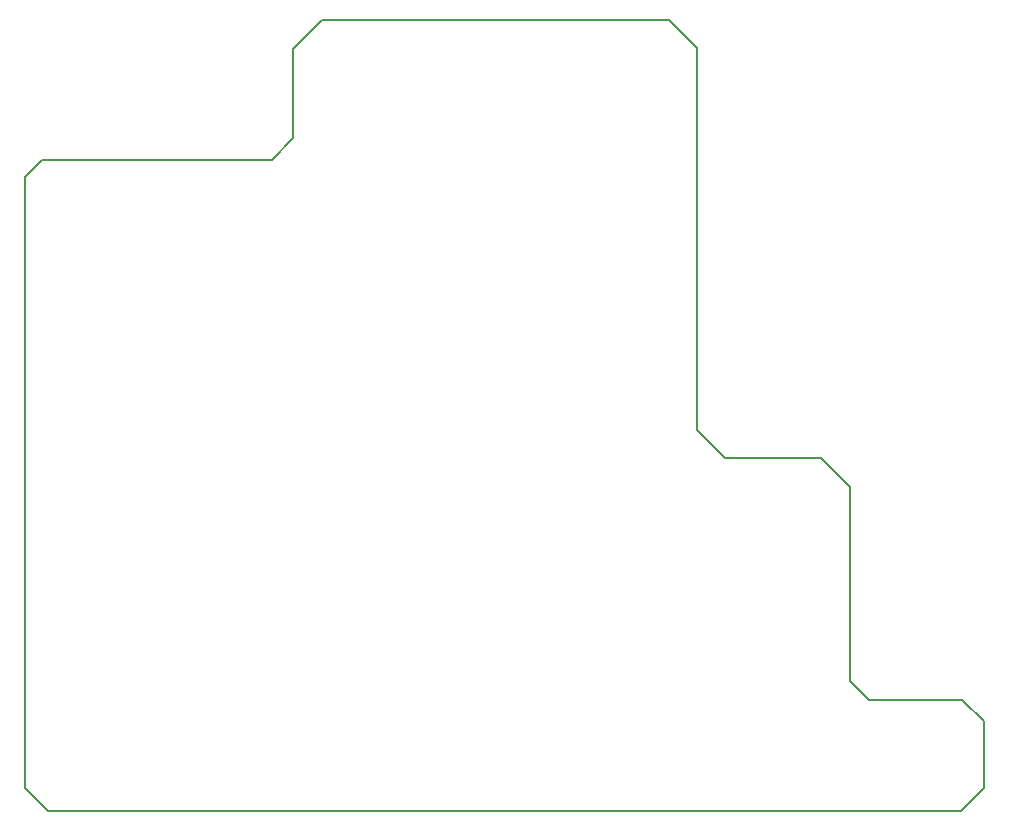
<source format=gm1>
G04 #@! TF.FileFunction,Profile,NP*
%FSLAX46Y46*%
G04 Gerber Fmt 4.6, Leading zero omitted, Abs format (unit mm)*
G04 Created by KiCad (PCBNEW 4.0.5) date 11/07/17 20:17:22*
%MOMM*%
%LPD*%
G01*
G04 APERTURE LIST*
%ADD10C,0.100000*%
%ADD11C,0.150000*%
G04 APERTURE END LIST*
D10*
D11*
X97345500Y-125539500D02*
X97345500Y-125349000D01*
X99314000Y-127508000D02*
X97345500Y-125539500D01*
X154495500Y-127508000D02*
X99314000Y-127508000D01*
X97345500Y-125412500D02*
X97345500Y-125349000D01*
X97345500Y-73787000D02*
X97345500Y-125412500D01*
X98806000Y-72326500D02*
X97345500Y-73787000D01*
X118237000Y-72326500D02*
X98806000Y-72326500D01*
X120078500Y-70485000D02*
X118237000Y-72326500D01*
X120078500Y-62928500D02*
X120078500Y-70485000D01*
X122491500Y-60515500D02*
X120078500Y-62928500D01*
X122872500Y-60515500D02*
X122491500Y-60515500D01*
X123380500Y-60515500D02*
X122872500Y-60515500D01*
X151892000Y-60515500D02*
X123380500Y-60515500D01*
X152273000Y-60896500D02*
X151892000Y-60515500D01*
X154241500Y-62865000D02*
X152273000Y-60896500D01*
X154241500Y-95186500D02*
X154241500Y-62865000D01*
X156654500Y-97599500D02*
X154241500Y-95186500D01*
X164719000Y-97599500D02*
X156654500Y-97599500D01*
X167195500Y-100076000D02*
X164719000Y-97599500D01*
X167195500Y-116459000D02*
X167195500Y-100076000D01*
X168783000Y-118046500D02*
X167195500Y-116459000D01*
X176720500Y-118046500D02*
X168783000Y-118046500D01*
X178562000Y-119888000D02*
X176720500Y-118046500D01*
X178562000Y-120523000D02*
X178562000Y-119888000D01*
X178562000Y-120904000D02*
X178562000Y-120523000D01*
X178562000Y-125539500D02*
X178562000Y-120904000D01*
X176593500Y-127508000D02*
X178562000Y-125539500D01*
X154495500Y-127508000D02*
X176593500Y-127508000D01*
M02*

</source>
